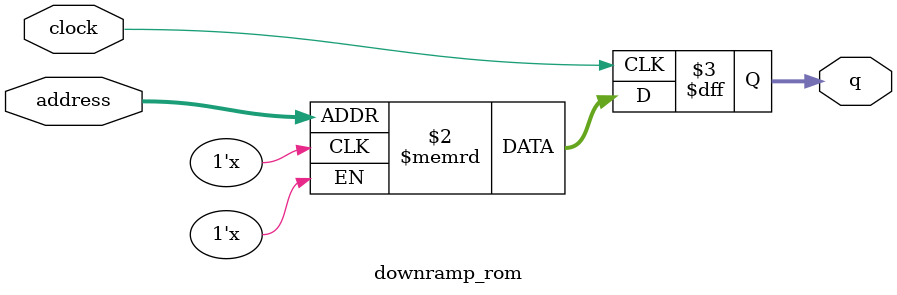
<source format=sv>
module downramp_rom (
	input logic clock,
	input logic [9:0] address,
	output logic [3:0] q
);

logic [3:0] memory [0:1023] /* synthesis ram_init_file = "./downramp/downramp.mif" */;

always_ff @ (posedge clock) begin
	q <= memory[address];
end

endmodule

</source>
